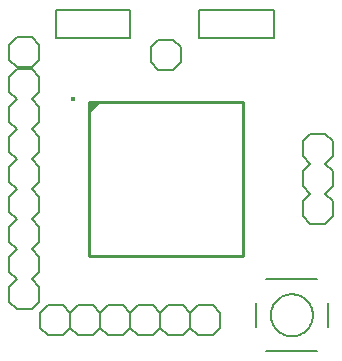
<source format=gbr>
G04 DipTrace 2.4.0.2*
%INTopSilk.gbr*%
%MOMM*%
%ADD10C,0.25*%
%ADD14O,0.39X0.388*%
%ADD17C,0.203*%
%FSLAX53Y53*%
G04*
G71*
G90*
G75*
G01*
%LNTopSilk*%
%LPD*%
X8499Y21501D2*
D10*
X21501D1*
Y8499D1*
X8499D1*
Y21501D1*
D14*
X7182Y21790D3*
G36*
X8499Y21501D2*
Y20500D1*
X9500Y21501D1*
X8499D1*
G37*
X27219Y16270D2*
D17*
X26584Y16905D1*
Y18175D1*
X27219Y18810D1*
X28489D2*
X29124Y18175D1*
Y16905D1*
X28489Y16270D1*
X26584Y11825D2*
Y13095D1*
X27219Y13730D1*
X28489D2*
X29124Y13095D1*
X27219Y13730D2*
X26584Y14365D1*
Y15635D1*
X27219Y16270D1*
X28489D2*
X29124Y15635D1*
Y14365D1*
X28489Y13730D1*
X27219Y11190D2*
X28489D1*
X26584Y11825D2*
X27219Y11190D1*
X28489D2*
X29124Y11825D1*
Y13095D2*
Y11825D1*
X27219Y18810D2*
X28489D1*
X27826Y6506D2*
X23507D1*
Y410D2*
X27826D1*
X28715Y4456D2*
Y2442D1*
X22618Y4486D2*
Y2442D1*
X23889Y3458D2*
X23893Y3582D1*
X23906Y3706D1*
X23928Y3828D1*
X23958Y3948D1*
X23996Y4066D1*
X24043Y4182D1*
X24097Y4293D1*
X24159Y4401D1*
X24228Y4503D1*
X24305Y4601D1*
X24388Y4694D1*
X24477Y4780D1*
X24572Y4860D1*
X24673Y4932D1*
X24778Y4998D1*
X24887Y5057D1*
X25001Y5107D1*
X25117Y5149D1*
X25237Y5184D1*
X25358Y5209D1*
X25481Y5227D1*
X25605Y5235D1*
X25729D1*
X25852Y5227D1*
X25975Y5209D1*
X26097Y5184D1*
X26216Y5149D1*
X26333Y5107D1*
X26446Y5057D1*
X26556Y4998D1*
X26661Y4932D1*
X26761Y4860D1*
X26856Y4780D1*
X26946Y4694D1*
X27029Y4601D1*
X27105Y4503D1*
X27174Y4401D1*
X27236Y4293D1*
X27291Y4182D1*
X27337Y4066D1*
X27376Y3948D1*
X27406Y3828D1*
X27427Y3706D1*
X27440Y3582D1*
X27444Y3458D1*
X27440Y3334D1*
X27427Y3211D1*
X27406Y3089D1*
X27376Y2968D1*
X27337Y2850D1*
X27291Y2735D1*
X27236Y2624D1*
X27174Y2516D1*
X27105Y2413D1*
X27029Y2315D1*
X26946Y2223D1*
X26856Y2137D1*
X26761Y2057D1*
X26661Y1984D1*
X26556Y1918D1*
X26446Y1860D1*
X26333Y1810D1*
X26216Y1767D1*
X26097Y1733D1*
X25975Y1707D1*
X25852Y1690D1*
X25729Y1681D1*
X25605D1*
X25481Y1690D1*
X25358Y1707D1*
X25237Y1733D1*
X25117Y1767D1*
X25001Y1810D1*
X24887Y1860D1*
X24778Y1918D1*
X24673Y1984D1*
X24572Y2057D1*
X24477Y2137D1*
X24388Y2223D1*
X24305Y2315D1*
X24228Y2413D1*
X24159Y2516D1*
X24097Y2624D1*
X24043Y2735D1*
X23996Y2850D1*
X23958Y2968D1*
X23928Y3089D1*
X23906Y3211D1*
X23893Y3334D1*
X23889Y3458D1*
X1752Y19838D2*
Y21108D1*
X2387Y21744D1*
X3657D2*
X4292Y21108D1*
X2387Y16664D2*
X1752Y17298D1*
Y18568D1*
X2387Y19204D1*
X3657D2*
X4292Y18568D1*
Y17298D1*
X3657Y16664D1*
X1752Y19838D2*
X2387Y19204D1*
X3657D2*
X4292Y19838D1*
Y21108D2*
Y19838D1*
X1752Y12218D2*
Y13488D1*
X2387Y14124D1*
X3657D2*
X4292Y13488D1*
X2387Y14124D2*
X1752Y14758D1*
Y16028D1*
X2387Y16664D1*
X3657D2*
X4292Y16028D1*
Y14758D1*
X3657Y14124D1*
X2387Y9044D2*
X1752Y9678D1*
Y10948D1*
X2387Y11584D1*
X3657D2*
X4292Y10948D1*
Y9678D1*
X3657Y9044D1*
X1752Y12218D2*
X2387Y11584D1*
X3657D2*
X4292Y12218D1*
Y13488D2*
Y12218D1*
X1752Y4598D2*
Y5870D1*
X2387Y6504D1*
X3657D2*
X4292Y5870D1*
X2387Y6504D2*
X1752Y7138D1*
Y8408D1*
X2387Y9044D1*
X3657D2*
X4292Y8408D1*
Y7138D1*
X3657Y6504D1*
X2387Y3964D2*
X3657D1*
X1752Y4598D2*
X2387Y3964D1*
X3657D2*
X4292Y4598D1*
Y5870D2*
Y4598D1*
X1752Y22378D2*
Y23648D1*
X2387Y24284D1*
X3657D1*
X4292Y23648D1*
X1752Y22378D2*
X2387Y21744D1*
X3657D2*
X4292Y22378D1*
Y23648D2*
Y22378D1*
X5684Y26925D2*
Y29325D1*
X11983D1*
Y26925D1*
X5684D1*
X17850D2*
Y29325D1*
X24150D1*
Y26925D1*
X17850D1*
X4300Y26336D2*
X3665Y26971D1*
X2395D1*
X1760Y26336D1*
Y25066D1*
X2395Y24431D1*
X3665D1*
X4300Y25066D1*
Y26336D1*
X16270Y26155D2*
X15635Y26790D1*
X14365D1*
X13730Y26155D1*
Y24885D1*
X14365Y24250D1*
X15635D1*
X16270Y24885D1*
Y26155D1*
X4380Y3657D2*
X5016Y4292D1*
X6285D1*
X6921Y3657D1*
X7554Y4292D1*
X8826D1*
X9459Y3657D1*
X10095Y4292D1*
X11364D1*
X12000Y3657D1*
X12636Y4292D1*
X13905D1*
X14541Y3657D1*
X15174Y4292D1*
X16446D1*
X17079Y3657D1*
X17715Y4292D1*
X18984D1*
X19620Y3657D1*
Y2387D1*
X18984Y1752D1*
X17715D1*
X17079Y2387D1*
X16446Y1752D1*
X15174D1*
X14541Y2387D1*
X13905Y1752D1*
X12636D1*
X12000Y2387D1*
X11364Y1752D1*
X10095D1*
X9459Y2387D1*
X8826Y1752D1*
X7554D1*
X6921Y2387D1*
X6285Y1752D1*
X5016D1*
X4380Y2387D1*
Y3657D1*
X6921D2*
Y2387D1*
X9459Y3657D2*
Y2387D1*
X12000Y3657D2*
Y2387D1*
X14541Y3657D2*
Y2387D1*
X17079Y3657D2*
Y2387D1*
M02*

</source>
